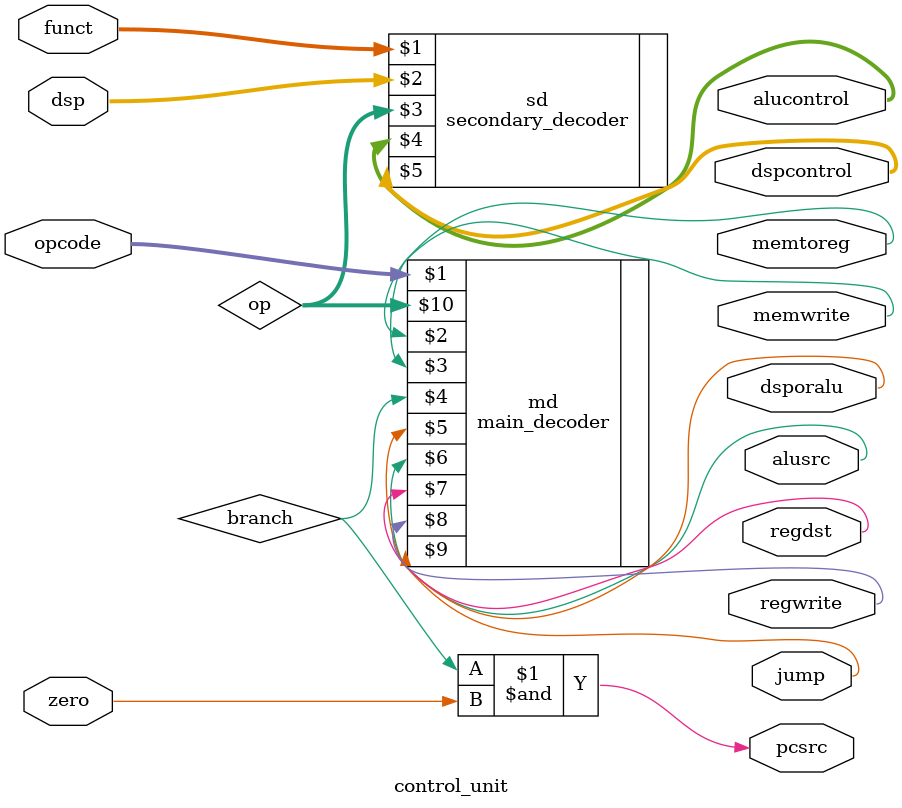
<source format=v>
`timescale 1ns / 1ps

module control_unit(
    input wire [5:0] opcode,
    input wire [5:0] funct,
    input wire [4:0] dsp,
    input zero,
    output wire memtoreg,
    output wire memwrite,
    output wire pcsrc,
    output wire alusrc,
    output wire regdst,
    output wire regwrite,
    output wire jump,
    output wire [2:0] alucontrol,
    output wire [2:0] dspcontrol,
    output wire dsporalu
    );
    wire [1:0] op;
    wire branch;
    main_decoder md(
        opcode, 
        memtoreg, 
        memwrite, 
        branch,
        dsporalu,
        alusrc,
        regdst, 
        regwrite, 
        jump, 
        op
    );
    secondary_decoder sd(
        funct,
        dsp,
        op, 
        alucontrol,
        dspcontrol
    );
    assign pcsrc = branch & zero;
endmodule

</source>
